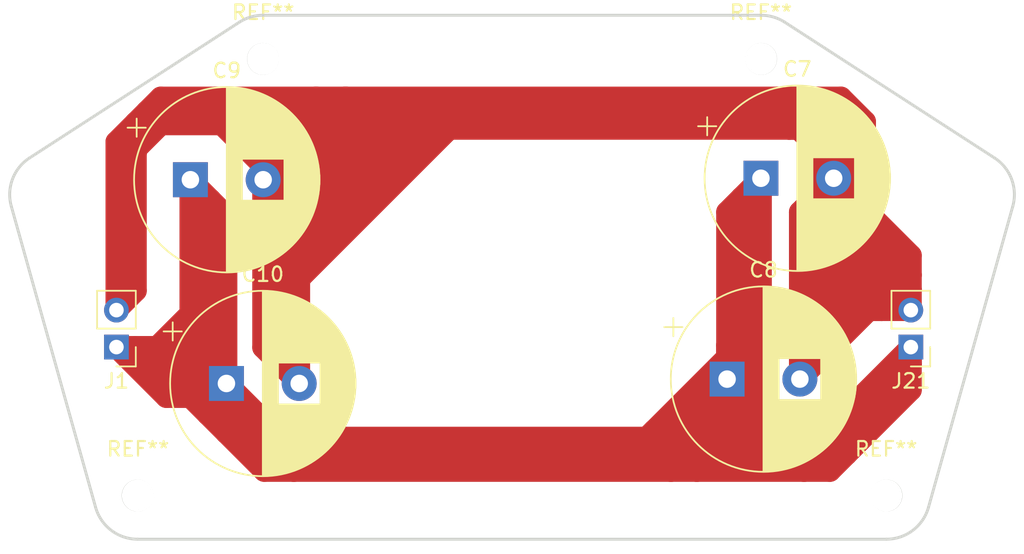
<source format=kicad_pcb>
(kicad_pcb (version 20221018) (generator pcbnew)
  (layers (0 "F.Cu" signal) (31 "B.Cu" signal) (34 "B.Paste" user) (35 "F.Paste" user) (36 "B.SilkS" user "B.Silkscreen") (37 "F.SilkS" user "F.Silkscreen") (38 "B.Mask" user) (39 "F.Mask" user) (44 "Edge.Cuts" user))
  (net 0 "")
  (net 1 "capa+")
  (net 2 "capa-")
  (footprint "MountingHole:MountingHole_2.2mm_M2" (layer "F.Cu") (at 120.1 116.5)
    (fp_text reference "REF**" (at 0 -3.2) (layer "F.SilkS"))
    (fp_text value "MountingHole_2.2mm_M2")
    (pad "" np_thru_hole circle (at 0 0) (size 2.2 2.2) (drill 2.2) (layers "F&B.Cu" "*.Mask"))
  )
  (footprint "Connector_PinHeader_2.54mm:PinHeader_1x02_P2.54mm_Vertical" (layer "F.Cu") (at 118.618 106.299 180)
    (fp_text reference "J1" (at 0 -2.33) (layer "F.SilkS"))
    (fp_text value "Conn_01x02_Socket")
    (pad "1" thru_hole rect (at 0 0 180) (size 1.7 1.7) (drill 1) (layers "*.Cu" "*.Mask") (net 1 "capa+"))
    (pad "2" thru_hole oval (at 0 2.54 180) (size 1.7 1.7) (drill 1) (layers "*.Cu" "*.Mask") (net 2 "capa-"))
  )
  (footprint "Capacitor_THT:CP_Radial_D12.5mm_P5.00mm" (layer "F.Cu") (at 160.576041 108.5)
    (fp_text reference "C8" (at 2.5 -7.5) (layer "F.SilkS"))
    (fp_text value "C")
    (pad "1" thru_hole rect (at 0 0) (size 2.4 2.4) (drill 1.2) (layers "*.Cu" "*.Mask") (net 1 "capa+"))
    (pad "2" thru_hole circle (at 5 0) (size 2.4 2.4) (drill 1.2) (layers "*.Cu" "*.Mask") (net 2 "capa-"))
  )
  (footprint "Capacitor_THT:CP_Radial_D12.5mm_P5.00mm" (layer "F.Cu") (at 126.176041 108.8)
    (fp_text reference "C10" (at 2.5 -7.5) (layer "F.SilkS"))
    (fp_text value "C")
    (pad "1" thru_hole rect (at 0 0) (size 2.4 2.4) (drill 1.2) (layers "*.Cu" "*.Mask") (net 1 "capa+"))
    (pad "2" thru_hole circle (at 5 0) (size 2.4 2.4) (drill 1.2) (layers "*.Cu" "*.Mask") (net 2 "capa-"))
  )
  (footprint "Capacitor_THT:CP_Radial_D12.5mm_P5.00mm" (layer "F.Cu") (at 123.7 94.8)
    (fp_text reference "C9" (at 2.5 -7.5) (layer "F.SilkS"))
    (fp_text value "C")
    (pad "1" thru_hole rect (at 0 0) (size 2.4 2.4) (drill 1.2) (layers "*.Cu" "*.Mask") (net 1 "capa+"))
    (pad "2" thru_hole circle (at 5 0) (size 2.4 2.4) (drill 1.2) (layers "*.Cu" "*.Mask") (net 2 "capa-"))
  )
  (footprint "MountingHole:MountingHole_2.2mm_M2" (layer "F.Cu") (at 128.7 86.5)
    (fp_text reference "REF**" (at 0 -3.2) (layer "F.SilkS"))
    (fp_text value "MountingHole_2.2mm_M2")
    (pad "" np_thru_hole circle (at 0 0) (size 2.2 2.2) (drill 2.2) (layers "*.Cu" "*.Mask"))
  )
  (footprint "Capacitor_THT:CP_Radial_D12.5mm_P5.00mm" (layer "F.Cu") (at 162.9 94.7)
    (fp_text reference "C7" (at 2.5 -7.5) (layer "F.SilkS"))
    (fp_text value "C")
    (pad "1" thru_hole rect (at 0 0) (size 2.4 2.4) (drill 1.2) (layers "*.Cu" "*.Mask") (net 1 "capa+"))
    (pad "2" thru_hole circle (at 5 0) (size 2.4 2.4) (drill 1.2) (layers "*.Cu" "*.Mask") (net 2 "capa-"))
  )
  (footprint "MountingHole:MountingHole_2.2mm_M2" (layer "F.Cu") (at 162.9 86.5)
    (fp_text reference "REF**" (at 0 -3.2) (layer "F.SilkS"))
    (fp_text value "MountingHole_2.2mm_M2")
    (pad "" np_thru_hole circle (at 0 0) (size 2.2 2.2) (drill 2.2) (layers "F&B.Cu" "*.Mask"))
  )
  (footprint "MountingHole:MountingHole_2.2mm_M2" (layer "F.Cu") (at 171.5 116.5)
    (fp_text reference "REF**" (at 0 -3.2) (layer "F.SilkS"))
    (fp_text value "MountingHole_2.2mm_M2")
    (pad "" np_thru_hole circle (at 0 0) (size 2.2 2.2) (drill 2.2) (layers "F&B.Cu" "*.Mask"))
  )
  (footprint "Connector_PinHeader_2.54mm:PinHeader_1x02_P2.54mm_Vertical" (layer "F.Cu") (at 173.2 106.3 180)
    (fp_text reference "J21" (at 0 -2.33) (layer "F.SilkS"))
    (fp_text value "Conn_01x02_Socket")
    (pad "1" thru_hole rect (at 0 0 180) (size 1.7 1.7) (drill 1) (layers "*.Cu" "*.Mask") (net 1 "capa+"))
    (pad "2" thru_hole oval (at 0 2.54 180) (size 1.7 1.7) (drill 1) (layers "*.Cu" "*.Mask") (net 2 "capa-"))
  )
  (gr_arc (start 174.413511 117.308891) (mid 173.337537 118.890266) (end 171.524619 119.500001) (stroke (width 0.2)) (layer "Edge.Cuts"))
  (gr_line (start 162.914058 83.5) (end 128.685942 83.5) (stroke (width 0.2)) (layer "Edge.Cuts"))
  (gr_arc (start 127.056189 83.98129) (mid 127.836275 83.622838) (end 128.685942 83.5) (stroke (width 0.2)) (layer "Edge.Cuts"))
  (gr_arc (start 120.075381 119.500001) (mid 118.262465 118.890259) (end 117.186489 117.308891) (stroke (width 0.2)) (layer "Edge.Cuts"))
  (gr_arc (start 178.945183 93.299825) (mid 180.121278 94.756825) (end 180.204322 96.627425) (stroke (width 0.2)) (layer "Edge.Cuts"))
  (gr_circle (center 128.685942 86.5) (end 129.685942 86.5) (stroke (width 0.2)) (fill none) (layer "Edge.Cuts"))
  (gr_circle (center 171.524619 116.500001) (end 172.524619 116.500001) (stroke (width 0.2)) (fill none) (layer "Edge.Cuts"))
  (gr_line (start 120.075381 119.500001) (end 171.524619 119.500001) (stroke (width 0.2)) (layer "Edge.Cuts"))
  (gr_circle (center 120.075381 116.500001) (end 121.075381 116.500001) (stroke (width 0.2)) (fill none) (layer "Edge.Cuts"))
  (gr_arc (start 162.914058 83.5) (mid 163.76373 83.622826) (end 164.543811 83.98129) (stroke (width 0.2)) (layer "Edge.Cuts"))
  (gr_line (start 174.413511 117.308891) (end 180.204322 96.627425) (stroke (width 0.2)) (layer "Edge.Cuts"))
  (gr_circle (center 162.914058 86.5) (end 163.914058 86.5) (stroke (width 0.2)) (fill none) (layer "Edge.Cuts"))
  (gr_line (start 127.056189 83.98129) (end 112.654817 93.299825) (stroke (width 0.2)) (layer "Edge.Cuts"))
  (gr_arc (start 111.395678 96.627425) (mid 111.478725 94.756825) (end 112.654817 93.299825) (stroke (width 0.2)) (layer "Edge.Cuts"))
  (gr_line (start 111.395678 96.627425) (end 117.186489 117.308891) (stroke (width 0.2)) (layer "Edge.Cuts"))
  (gr_line (start 178.945183 93.299825) (end 164.543811 83.98129) (stroke (width 0.2)) (layer "Edge.Cuts"))
  (segment (start 168.275 112.395) (end 168.402 112.268) (width 1.5) (layer "F.Cu") (net 1))
  (segment (start 164.465 112.395) (end 166.37 114.3) (width 1.5) (layer "F.Cu") (net 1))
  (segment (start 160.576041 109.044959) (end 155.956 113.665) (width 1.5) (layer "F.Cu") (net 1))
  (segment (start 173.2 107.47) (end 171.831 108.839) (width 1.5) (layer "F.Cu") (net 1))
  (segment (start 123.7 108.458) (end 122.047 108.458) (width 1.5) (layer "F.Cu") (net 1))
  (segment (start 129.921 112.522) (end 155.067 112.522) (width 1.5) (layer "F.Cu") (net 1))
  (segment (start 119.888 106.299) (end 121.541 106.299) (width 1.5) (layer "F.Cu") (net 1))
  (segment (start 161.566 106.956) (end 161.566 96.034) (width 1.5) (layer "F.Cu") (net 1))
  (segment (start 161.843021 111.460979) (end 161.843021 107.233021) (width 1.5) (layer "F.Cu") (net 1))
  (segment (start 160.576041 106.172) (end 160.576041 97.023959) (width 1.5) (layer "F.Cu") (net 1))
  (segment (start 118.618 106.299) (end 121.414 106.299) (width 1.5) (layer "F.Cu") (net 1))
  (segment (start 161.843021 111.460979) (end 162.9 110.404) (width 1.5) (layer "F.Cu") (net 1))
  (segment (start 123.7 104.013) (end 123.7 106.323959) (width 1.5) (layer "F.Cu") (net 1))
  (segment (start 171.831 108.839) (end 168.402 112.268) (width 1.5) (layer "F.Cu") (net 1))
  (segment (start 164.465 112.395) (end 166.624 112.395) (width 1.5) (layer "F.Cu") (net 1))
  (segment (start 160.576041 112.727959) (end 160.576041 108.5) (width 1.5) (layer "F.Cu") (net 1))
  (segment (start 160.576041 108.5) (end 160.576041 106.172) (width 1.5) (layer "F.Cu") (net 1))
  (segment (start 123.7 94.8) (end 123.7 104.013) (width 1.5) (layer "F.Cu") (net 1))
  (segment (start 161.843021 107.233021) (end 160.576041 108.5) (width 1.5) (layer "F.Cu") (net 1))
  (segment (start 126.176041 108.8) (end 126.176041 97.276041) (width 1.5) (layer "F.Cu") (net 1))
  (segment (start 160.576041 112.727959) (end 161.843021 111.460979) (width 1.5) (layer "F.Cu") (net 1))
  (segment (start 123.7 106.323959) (end 124.89302 107.51698) (width 1.5) (layer "F.Cu") (net 1))
  (segment (start 159.639 113.665) (end 168.783 113.665) (width 1.5) (layer "F.Cu") (net 1))
  (segment (start 126.176041 108.8) (end 126.176041 112.206041) (width 1.5) (layer "F.Cu") (net 1))
  (segment (start 124.89302 110.92302) (end 126.176041 112.206041) (width 1.5) (layer "F.Cu") (net 1))
  (segment (start 155.575 112.014) (end 153.924 113.665) (width 1.5) (layer "F.Cu") (net 1))
  (segment (start 126.176041 108.8) (end 126.199 108.8) (width 1.5) (layer "F.Cu") (net 1))
  (segment (start 166.624 112.395) (end 167.105 112.395) (width 1.5) (layer "F.Cu") (net 1))
  (segment (start 168.402 112.268) (end 166.37 114.3) (width 1.5) (layer "F.Cu") (net 1))
  (segment (start 160.576041 97.023959) (end 161.566 96.034) (width 1.5) (layer "F.Cu") (net 1))
  (segment (start 158.496 114.808) (end 165.862 114.808) (width 1.5) (layer "F.Cu") (net 1))
  (segment (start 160.576041 108.5) (end 160.576041 110.949959) (width 1.5) (layer "F.Cu") (net 1))
  (segment (start 167.105 112.395) (end 173.2 106.3) (width 1.5) (layer "F.Cu") (net 1))
  (segment (start 166.37 114.3) (end 165.862 114.808) (width 1.5) (layer "F.Cu") (net 1))
  (segment (start 124.89302 107.51698) (end 126.176041 108.8) (width 1.5) (layer "F.Cu") (net 1))
  (segment (start 162.9 94.7) (end 162.9 106.176041) (width 1.5) (layer "F.Cu") (net 1))
  (segment (start 162.9 106.176041) (end 161.843021 107.233021) (width 1.5) (layer "F.Cu") (net 1))
  (segment (start 162.9 110.404) (end 162.9 106.176041) (width 1.5) (layer "F.Cu") (net 1))
  (segment (start 121.414 106.299) (end 123.7 104.013) (width 1.5) (layer "F.Cu") (net 1))
  (segment (start 129.921 112.522) (end 131.064 113.665) (width 1.5) (layer "F.Cu") (net 1))
  (segment (start 173.2 109.248) (end 173.2 106.3) (width 1.5) (layer "F.Cu") (net 1))
  (segment (start 161.566 96.034) (end 162.9 94.7) (width 1.5) (layer "F.Cu") (net 1))
  (segment (start 123.675041 106.299) (end 123.7 106.323959) (width 1.5) (layer "F.Cu") (net 1))
  (segment (start 157.861 113.665) (end 156.718 114.808) (width 1.5) (layer "F.Cu") (net 1))
  (segment (start 159.639 113.665) (end 160.576041 112.727959) (width 1.5) (layer "F.Cu") (net 1))
  (segment (start 123.7 109.73) (end 122.049 109.73) (width 1.5) (layer "F.Cu") (net 1))
  (segment (start 160.909 112.395) (end 164.465 112.395) (width 1.5) (layer "F.Cu") (net 1))
  (segment (start 153.924 113.665) (end 155.956 113.665) (width 1.5) (layer "F.Cu") (net 1))
  (segment (start 161.843021 107.233021) (end 161.566 106.956) (width 1.5) (layer "F.Cu") (net 1))
  (segment (start 165.862 114.808) (end 167.64 114.808) (width 1.5) (layer "F.Cu") (net 1))
  (segment (start 155.067 112.522) (end 155.575 112.014) (width 1.5) (layer "F.Cu") (net 1))
  (segment (start 126.176041 108.8) (end 126.176041 110.174041) (width 1.5) (layer "F.Cu") (net 1))
  (segment (start 168.783 113.665) (end 173.2 109.248) (width 1.5) (layer "F.Cu") (net 1))
  (segment (start 125.067 96.167) (end 123.7 94.8) (width 1.5) (layer "F.Cu") (net 1))
  (segment (start 123.7 106.323959) (end 123.7 108.458) (width 1.5) (layer "F.Cu") (net 1))
  (segment (start 160.576041 108.5) (end 160.576041 109.044959) (width 1.5) (layer "F.Cu") (net 1))
  (segment (start 128.778 114.808) (end 130.81 114.808) (width 1.5) (layer "F.Cu") (net 1))
  (segment (start 123.7 108.458) (end 123.7 109.73) (width 1.5) (layer "F.Cu") (net 1))
  (segment (start 121.541 106.299) (end 123.7 108.458) (width 1.5) (layer "F.Cu") (net 1))
  (segment (start 160.576041 110.949959) (end 157.861 113.665) (width 1.5) (layer "F.Cu") (net 1))
  (segment (start 126.176041 110.174041) (end 129.667 113.665) (width 1.5) (layer "F.Cu") (net 1))
  (segment (start 160.576041 108.506041) (end 164.465 112.395) (width 1.5) (layer "F.Cu") (net 1))
  (segment (start 126.199 108.8) (end 129.921 112.522) (width 1.5) (layer "F.Cu") (net 1))
  (segment (start 131.064 113.665) (end 153.924 113.665) (width 1.5) (layer "F.Cu") (net 1))
  (segment (start 122.047 108.458) (end 119.888 106.299) (width 1.5) (layer "F.Cu") (net 1))
  (segment (start 160.576041 112.727959) (end 160.909 112.395) (width 1.5) (layer "F.Cu") (net 1))
  (segment (start 173.2 106.3) (end 173.2 107.47) (width 1.5) (layer "F.Cu") (net 1))
  (segment (start 130.81 114.808) (end 156.718 114.808) (width 1.5) (layer "F.Cu") (net 1))
  (segment (start 156.718 114.808) (end 158.496 114.808) (width 1.5) (layer "F.Cu") (net 1))
  (segment (start 167.64 114.808) (end 168.783 113.665) (width 1.5) (layer "F.Cu") (net 1))
  (segment (start 123.7 109.73) (end 124.89302 110.92302) (width 1.5) (layer "F.Cu") (net 1))
  (segment (start 126.176041 112.206041) (end 128.778 114.808) (width 1.5) (layer "F.Cu") (net 1))
  (segment (start 160.576041 108.5) (end 160.576041 108.506041) (width 1.5) (layer "F.Cu") (net 1))
  (segment (start 126.176041 97.276041) (end 125.067 96.167) (width 1.5) (layer "F.Cu") (net 1))
  (segment (start 160.576041 106.172) (end 160.576041 107.012959) (width 1.5) (layer "F.Cu") (net 1))
  (segment (start 124.89302 96.34098) (end 124.89302 107.51698) (width 1.5) (layer "F.Cu") (net 1))
  (segment (start 125.067 96.167) (end 124.89302 96.34098) (width 1.5) (layer "F.Cu") (net 1))
  (segment (start 166.624 112.395) (end 168.275 112.395) (width 1.5) (layer "F.Cu") (net 1))
  (segment (start 122.049 109.73) (end 118.618 106.299) (width 1.5) (layer "F.Cu") (net 1))
  (segment (start 155.956 113.665) (end 157.861 113.665) (width 1.5) (layer "F.Cu") (net 1))
  (segment (start 129.667 113.665) (end 131.064 113.665) (width 1.5) (layer "F.Cu") (net 1))
  (segment (start 129.667 113.665) (end 130.81 114.808) (width 1.5) (layer "F.Cu") (net 1))
  (segment (start 160.576041 107.012959) (end 155.575 112.014) (width 1.5) (layer "F.Cu") (net 1))
  (segment (start 118.618 106.299) (end 123.675041 106.299) (width 1.5) (layer "F.Cu") (net 1))
  (segment (start 118.618 106.299) (end 119.888 106.299) (width 1.5) (layer "F.Cu") (net 1))
  (segment (start 124.89302 107.51698) (end 124.89302 110.92302) (width 1.5) (layer "F.Cu") (net 1))
  (segment (start 158.496 114.808) (end 159.639 113.665) (width 1.5) (layer "F.Cu") (net 1))
  (segment (start 168.9735 91.3765) (end 170.053 92.456) (width 1.5) (layer "F.Cu") (net 2))
  (segment (start 131.181 96.012) (end 131.181 93.98) (width 1.5) (layer "F.Cu") (net 2))
  (segment (start 140.462 91.303) (end 141.478 91.303) (width 1.5) (layer "F.Cu") (net 2))
  (segment (start 131.176041 100.076) (end 131.689 100.076) (width 1.5) (layer "F.Cu") (net 2))
  (segment (start 173.2 100) (end 169.8865 96.6865) (width 1.5) (layer "F.Cu") (net 2))
  (segment (start 129.853 95.953) (end 128.7 94.8) (width 1.5) (layer "F.Cu") (net 2))
  (segment (start 119.9515 92.964) (end 119.9515 102.4255) (width 1.5) (layer "F.Cu") (net 2))
  (segment (start 166.751 89.154) (end 168.9735 91.3765) (width 1.5) (layer "F.Cu") (net 2))
  (segment (start 164.846 91.303) (end 166.995 91.303) (width 1.5) (layer "F.Cu") (net 2))
  (segment (start 171.196 103.76) (end 168.282 103.76) (width 1.5) (layer "F.Cu") (net 2))
  (segment (start 167.9 100.076) (end 167.9 101.346) (width 1.5) (layer "F.Cu") (net 2))
  (segment (start 173.2 103.76) (end 173.2 102.362) (width 1.5) (layer "F.Cu") (net 2))
  (segment (start 167.9 100.464) (end 171.196 103.76) (width 1.5) (layer "F.Cu") (net 2))
  (segment (start 131.181 93.98) (end 133.858 91.303) (width 1.5) (layer "F.Cu") (net 2))
  (segment (start 133.858 91.303) (end 134.112 91.303) (width 1.5) (layer "F.Cu") (net 2))
  (segment (start 119.9515 90.8685) (end 120.0785 90.9955) (width 1.5) (layer "F.Cu") (net 2))
  (segment (start 165.852 90.16) (end 165.862 90.17) (width 1.5) (layer "F.Cu") (net 2))
  (segment (start 120.0785 90.9955) (end 121.666 90.9955) (width 1.5) (layer "F.Cu") (net 2))
  (segment (start 130.4925 90.9955) (end 131.699 89.789) (width 1.5) (layer "F.Cu") (net 2))
  (segment (start 125.857 91) (end 129.853 94.996) (width 1.5) (layer "F.Cu") (net 2))
  (segment (start 168.282 103.76) (end 167.9 103.378) (width 1.5) (layer "F.Cu") (net 2))
  (segment (start 164.846 89.154) (end 166.751 89.154) (width 1.5) (layer "F.Cu") (net 2))
  (segment (start 128.7 94.8) (end 128.7 92.788) (width 1.5) (layer "F.Cu") (net 2))
  (segment (start 166.751 89.154) (end 168.402 89.154) (width 1.5) (layer "F.Cu") (net 2))
  (segment (start 167.9 106.176041) (end 166.883021 107.193021) (width 1.5) (layer "F.Cu") (net 2))
  (segment (start 129.853 94.996) (end 129.853 95.953) (width 1.5) (layer "F.Cu") (net 2))
  (segment (start 137.149082 91.303) (end 131.181 97.271082) (width 1.5) (layer "F.Cu") (net 2))
  (segment (start 134.346 89.154) (end 134.366 89.154) (width 1.5) (layer "F.Cu") (net 2))
  (segment (start 131.181 92.319) (end 132.197 91.303) (width 1.5) (layer "F.Cu") (net 2))
  (segment (start 120.7135 90.1065) (end 131.3815 90.1065) (width 1.5) (layer "F.Cu") (net 2))
  (segment (start 129.80602 97.62602) (end 129.80602 107.42998) (width 1.5) (layer "F.Cu") (net 2))
  (segment (start 166.883021 96.271021) (end 166.883021 107.193021) (width 1.5) (layer "F.Cu") (net 2))
  (segment (start 167.9 98.46) (end 169.298 98.46) (width 1.5) (layer "F.Cu") (net 2))
  (segment (start 138.176 91.303) (end 138.684 91.303) (width 1.5) (layer "F.Cu") (net 2))
  (segment (start 169.8865 96.6865) (end 167.9 94.7) (width 1.5) (layer "F.Cu") (net 2))
  (segment (start 125.476 89.154) (end 121.666 89.154) (width 1.5) (layer "F.Cu") (net 2))
  (segment (start 166.995 91.303) (end 167.005 91.313) (width 1.5) (layer "F.Cu") (net 2))
  (segment (start 167.9 94.7) (end 167.9 100.076) (width 1.5) (layer "F.Cu") (net 2))
  (segment (start 165.477 91.303) (end 167.9 93.726) (width 1.5) (layer "F.Cu") (net 2))
  (segment (start 128.7 94.8) (end 128.7 92.378) (width 1.5) (layer "F.Cu") (net 2))
  (segment (start 167.005 95.595) (end 166.606 95.994) (width 1.5) (layer "F.Cu") (net 2))
  (segment (start 119.9515 90.8685) (end 118.618 92.202) (width 1.5) (layer "F.Cu") (net 2))
  (segment (start 171.196 103.76) (end 170.314 103.76) (width 1.5) (layer "F.Cu") (net 2))
  (segment (start 167.005 91.313) (end 167.005 95.595) (width 1.5) (layer "F.Cu") (net 2))
  (segment (start 138.684 91.303) (end 140.462 91.303) (width 1.5) (layer "F.Cu") (net 2))
  (segment (start 128.7 94.8) (end 128.7 96.52) (width 1.5) (layer "F.Cu") (net 2))
  (segment (start 125.857 90.9955) (end 125.857 91) (width 1.5) (layer "F.Cu") (net 2))
  (segment (start 169.298 98.46) (end 173.2 102.362) (width 1.5) (layer "F.Cu") (net 2))
  (segment (start 132.197 91.303) (end 133.34 90.16) (width 1.5) (layer "F.Cu") (net 2))
  (segment (start 167.9 94.7) (end 167.9 93.726) (width 1.5) (layer "F.Cu") (net 2))
  (segment (start 121.666 90.9955) (end 119.9515 92.71) (width 1.5) (layer "F.Cu") (net 2))
  (segment (start 131.176041 108.8) (end 131.176041 101.854) (width 1.5) (layer "F.Cu") (net 2))
  (segment (start 167.9 94.7) (end 167.9 96.774) (width 1.5) (layer "F.Cu") (net 2))
  (segment (start 167.9 103.378) (end 167.9 106.176041) (width 1.5) (layer "F.Cu") (net 2))
  (segment (start 129.853 93.647) (end 129.853 94.996) (width 1.5) (layer "F.Cu") (net 2))
  (segment (start 166.606 95.994) (end 166.883021 96.271021) (width 1.5) (layer "F.Cu") (net 2))
  (segment (start 170.053 96.52) (end 169.8865 96.6865) (width 1.5) (layer "F.Cu") (net 2))
  (segment (start 168.9735 91.3765) (end 168.9735 96.4285) (width 1.5) (layer "F.Cu") (net 2))
  (segment (start 167.9 106.174) (end 170.314 103.76) (width 1.5) (layer "F.Cu") (net 2))
  (segment (start 134.112 91.303) (end 136.144 91.303) (width 1.5) (layer "F.Cu") (net 2))
  (segment (start 120.7135 90.1065) (end 119.9515 90.8685) (width 1.5) (layer "F.Cu") (net 2))
  (segment (start 167.9 100.076) (end 167.9 100.464) (width 1.5) (layer "F.Cu") (net 2))
  (segment (start 141.478 91.303) (end 164.846 91.303) (width 1.5) (layer "F.Cu") (net 2))
  (segment (start 131.176041 101.604959) (end 141.478 91.303) (width 1.5) (layer "F.Cu") (net 2))
  (segment (start 167.005 91.313) (end 167.9 92.208) (width 1.5) (layer "F.Cu") (net 2))
  (segment (start 131.181 96.012) (end 135.89 91.303) (width 1.5) (layer "F.Cu") (net 2))
  (segment (start 131.3815 90.1065) (end 131.699 89.789) (width 1.5) (layer "F.Cu") (net 2))
  (segment (start 129.80602 107.42998) (end 131.176041 108.8) (width 1.5) (layer "F.Cu") (net 2))
  (segment (start 173.2 103.76) (end 171.196 103.76) (width 1.5) (layer "F.Cu") (net 2))
  (segment (start 128.7 92.378) (end 125.476 89.154) (width 1.5) (layer "F.Cu") (net 2))
  (segment (start 164.084 89.154) (end 164.846 89.154) (width 1.5) (layer "F.Cu") (net 2))
  (segment (start 130.165 93.335) (end 129.853 93.647) (width 1.5) (layer "F.Cu") (net 2))
  (segment (start 128.7 94.8) (end 130.165 93.335) (width 1.5) (layer "F.Cu") (net 2))
  (segment (start 166.606 95.994) (end 167.9 94.7) (width 1.5) (layer "F.Cu") (net 2))
  (segment (start 132.197 91.303) (end 134.112 91.303) (width 1.5) (layer "F.Cu") (net 2))
  (segment (start 165.576041 108.5) (end 165.576041 97.023959) (width 1.5) (layer "F.Cu") (net 2))
  (segment (start 128.7 96.52) (end 129.80602 97.62602) (width 1.5) (layer "F.Cu") (net 2))
  (segment (start 131.176041 101.854) (end 131.176041 100.076) (width 1.5) (layer "F.Cu") (net 2))
  (segment (start 166.883021 107.193021) (end 165.576041 108.5) (width 1.5) (layer "F.Cu") (net 2))
  (segment (start 164.846 89.154) (end 165.862 90.17) (width 1.5) (layer "F.Cu") (net 2))
  (segment (start 167.9 96.774) (end 167.9 98.46) (width 1.5) (layer "F.Cu") (net 2))
  (segment (start 167.9 93.726) (end 167.9 92.97) (width 1.5) (layer "F.Cu") (net 2))
  (segment (start 131.176041 100.076) (end 131.176041 99.06) (width 1.5) (layer "F.Cu") (net 2))
  (segment (start 170.314 103.76) (end 167.9 101.346) (width 1.5) (layer "F.Cu") (net 2))
  (segment (start 118.618 92.202) (end 118.618 103.759) (width 1.5) (layer "F.Cu") (net 2))
  (segment (start 119.9515 92.71) (end 119.9515 92.964) (width 1.5) (layer "F.Cu") (net 2))
  (segment (start 133.34 90.16) (end 134.346 89.154) (width 1.5) (layer "F.Cu") (net 2))
  (segment (start 167.9 92.208) (end 167.9 94.7) (width 1.5) (layer "F.Cu") (net 2))
  (segment (start 128.7 106.323959) (end 129.80602 107.42998) (width 1.5) (layer "F.Cu") (net 2))
  (segment (start 167.9 98.46) (end 173.2 103.76) (width 1.5) (layer "F.Cu") (net 2))
  (segment (start 164.846 91.303) (end 165.477 91.303) (width 1.5) (layer "F.Cu") (net 2))
  (segment (start 135.89 91.303) (end 136.144 91.303) (width 1.5) (layer "F.Cu") (net 2))
  (segment (start 167.9 101.346) (end 167.9 103.378) (width 1.5) (layer "F.Cu") (net 2))
  (segment (start 130.165 93.335) (end 131.181 92.319) (width 1.5) (layer "F.Cu") (net 2))
  (segment (start 134.366 89.154) (end 164.084 89.154) (width 1.5) (layer "F.Cu") (net 2))
  (segment (start 132.334 89.154) (end 134.366 89.154) (width 1.5) (layer "F.Cu") (net 2))
  (segment (start 131.689 100.076) (end 140.462 91.303) (width 1.5) (layer "F.Cu") (net 2))
  (segment (start 128.7 92.788) (end 130.4925 90.9955) (width 1.5) (layer "F.Cu") (net 2))
  (segment (start 173.2 101.346) (end 173.2 100) (width 1.5) (layer "F.Cu") (net 2))
  (segment (start 168.402 89.154) (end 170.053 90.805) (width 1.5) (layer "F.Cu") (net 2))
  (segment (start 128.7 96.52) (end 128.7 106.323959) (width 1.5) (layer "F.Cu") (net 2))
  (segment (start 125.857 90.9955) (end 130.4925 90.9955) (width 1.5) (layer "F.Cu") (net 2))
  (segment (start 119.9515 102.4255) (end 118.618 103.759) (width 1.5) (layer "F.Cu") (net 2))
  (segment (start 131.181 93.98) (end 131.181 92.319) (width 1.5) (layer "F.Cu") (net 2))
  (segment (start 165.576041 97.023959) (end 166.606 95.994) (width 1.5) (layer "F.Cu") (net 2))
  (segment (start 170.053 92.456) (end 170.053 92.71) (width 1.5) (layer "F.Cu") (net 2))
  (segment (start 167.9 106.176041) (end 167.9 106.174) (width 1.5) (layer "F.Cu") (net 2))
  (segment (start 121.666 89.154) (end 120.7135 90.1065) (width 1.5) (layer "F.Cu") (net 2))
  (segment (start 131.176041 101.854) (end 131.176041 101.604959) (width 1.5) (layer "F.Cu") (net 2))
  (segment (start 121.666 90.9955) (end 125.857 90.9955) (width 1.5) (layer "F.Cu") (net 2))
  (segment (start 133.34 90.16) (end 165.852 90.16) (width 1.5) (layer "F.Cu") (net 2))
  (segment (start 167.9 92.97) (end 164.084 89.154) (width 1.5) (layer "F.Cu") (net 2))
  (segment (start 167.9 96.774) (end 168.628 96.774) (width 1.5) (layer "F.Cu") (net 2))
  (segment (start 131.176041 99.06) (end 131.176041 97.276041) (width 1.5) (layer "F.Cu") (net 2))
  (segment (start 119.9515 90.8685) (end 119.9515 92.964) (width 1.5) (layer "F.Cu") (net 2))
  (segment (start 131.176041 97.276041) (end 131.181 97.271082) (width 1.5) (layer "F.Cu") (net 2))
  (segment (start 132.334 89.154) (end 125.476 89.154) (width 1.5) (layer "F.Cu") (net 2))
  (segment (start 170.053 90.805) (end 170.053 92.71) (width 1.5) (layer "F.Cu") (net 2))
  (segment (start 138.176 91.303) (end 137.149082 91.303) (width 1.5) (layer "F.Cu") (net 2))
  (segment (start 131.176041 98.810959) (end 138.684 91.303) (width 1.5) (layer "F.Cu") (net 2))
  (segment (start 131.181 97.271082) (end 131.181 96.012) (width 1.5) (layer "F.Cu") (net 2))
  (segment (start 131.176041 97.276041) (end 129.853 95.953) (width 1.5) (layer "F.Cu") (net 2))
  (segment (start 131.699 89.789) (end 132.334 89.154) (width 1.5) (layer "F.Cu") (net 2))
  (segment (start 136.144 91.303) (end 138.176 91.303) (width 1.5) (layer "F.Cu") (net 2))
  (segment (start 131.176041 99.06) (end 131.176041 98.810959) (width 1.5) (layer "F.Cu") (net 2))
  (segment (start 173.2 102.362) (end 173.2 101.346) (width 1.5) (layer "F.Cu") (net 2))
  (segment (start 165.862 90.17) (end 167.005 91.313) (width 1.5) (layer "F.Cu") (net 2))
  (segment (start 170.053 92.71) (end 170.053 96.52) (width 1.5) (layer "F.Cu") (net 2))
  (segment (start 168.9735 96.4285) (end 168.628 96.774) (width 1.5) (layer "F.Cu") (net 2))
  (segment (start 168.628 96.774) (end 173.2 101.346) (width 1.5) (layer "F.Cu") (net 2))
)
</source>
